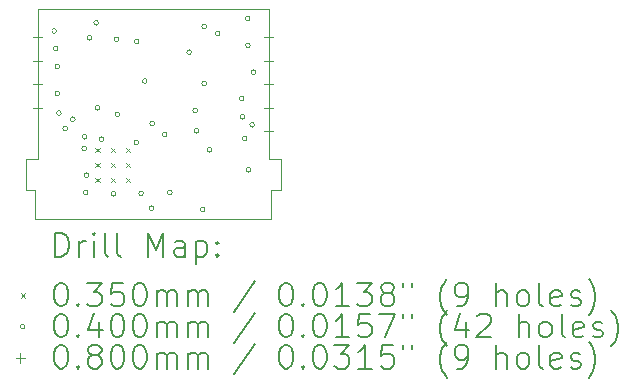
<source format=gbr>
%FSLAX45Y45*%
G04 Gerber Fmt 4.5, Leading zero omitted, Abs format (unit mm)*
G04 Created by KiCad (PCBNEW (6.0.2-0)) date 2022-06-01 12:35:31*
%MOMM*%
%LPD*%
G01*
G04 APERTURE LIST*
%TA.AperFunction,Profile*%
%ADD10C,0.100000*%
%TD*%
%ADD11C,0.200000*%
%ADD12C,0.035000*%
%ADD13C,0.040000*%
%ADD14C,0.080000*%
G04 APERTURE END LIST*
D10*
X13512800Y-8255880D02*
X13614400Y-8255880D01*
X11557000Y-8255880D02*
X11557000Y-6985000D01*
X13532800Y-8514080D02*
X13532800Y-8763000D01*
X11537000Y-8763000D02*
X11537000Y-8514080D01*
X13512800Y-6985000D02*
X13512800Y-8255880D01*
X13614400Y-8514080D02*
X13532800Y-8514080D01*
X13614400Y-8255880D02*
X13614400Y-8514080D01*
X11455400Y-8255880D02*
X11557000Y-8255880D01*
X11455400Y-8514080D02*
X11455400Y-8255880D01*
X13532800Y-8763000D02*
X11537000Y-8763000D01*
X11537000Y-8514080D02*
X11455400Y-8514080D01*
X11557000Y-6985000D02*
X13512800Y-6985000D01*
D11*
D12*
X12047000Y-8160800D02*
X12082000Y-8195800D01*
X12082000Y-8160800D02*
X12047000Y-8195800D01*
X12047000Y-8288300D02*
X12082000Y-8323300D01*
X12082000Y-8288300D02*
X12047000Y-8323300D01*
X12047000Y-8415800D02*
X12082000Y-8450800D01*
X12082000Y-8415800D02*
X12047000Y-8450800D01*
X12174500Y-8160800D02*
X12209500Y-8195800D01*
X12209500Y-8160800D02*
X12174500Y-8195800D01*
X12174500Y-8288300D02*
X12209500Y-8323300D01*
X12209500Y-8288300D02*
X12174500Y-8323300D01*
X12174500Y-8415800D02*
X12209500Y-8450800D01*
X12209500Y-8415800D02*
X12174500Y-8450800D01*
X12302000Y-8160800D02*
X12337000Y-8195800D01*
X12337000Y-8160800D02*
X12302000Y-8195800D01*
X12302000Y-8288300D02*
X12337000Y-8323300D01*
X12337000Y-8288300D02*
X12302000Y-8323300D01*
X12302000Y-8415800D02*
X12337000Y-8450800D01*
X12337000Y-8415800D02*
X12302000Y-8450800D01*
D13*
X11717436Y-7167598D02*
G75*
G03*
X11717436Y-7167598I-20000J0D01*
G01*
X11729400Y-7315200D02*
G75*
G03*
X11729400Y-7315200I-20000J0D01*
G01*
X11744401Y-7467600D02*
G75*
G03*
X11744401Y-7467600I-20000J0D01*
G01*
X11744401Y-7699000D02*
G75*
G03*
X11744401Y-7699000I-20000J0D01*
G01*
X11756570Y-7863217D02*
G75*
G03*
X11756570Y-7863217I-20000J0D01*
G01*
X11810680Y-7994863D02*
G75*
G03*
X11810680Y-7994863I-20000J0D01*
G01*
X11874622Y-7915567D02*
G75*
G03*
X11874622Y-7915567I-20000J0D01*
G01*
X11971950Y-8164681D02*
G75*
G03*
X11971950Y-8164681I-20000J0D01*
G01*
X11976007Y-8064813D02*
G75*
G03*
X11976007Y-8064813I-20000J0D01*
G01*
X11983400Y-8534400D02*
G75*
G03*
X11983400Y-8534400I-20000J0D01*
G01*
X11992050Y-8388153D02*
G75*
G03*
X11992050Y-8388153I-20000J0D01*
G01*
X12016408Y-7225282D02*
G75*
G03*
X12016408Y-7225282I-20000J0D01*
G01*
X12072300Y-7099300D02*
G75*
G03*
X12072300Y-7099300I-20000J0D01*
G01*
X12085000Y-7818398D02*
G75*
G03*
X12085000Y-7818398I-20000J0D01*
G01*
X12118391Y-8084264D02*
G75*
G03*
X12118391Y-8084264I-20000J0D01*
G01*
X12219918Y-8546237D02*
G75*
G03*
X12219918Y-8546237I-20000J0D01*
G01*
X12244806Y-7239390D02*
G75*
G03*
X12244806Y-7239390I-20000J0D01*
G01*
X12252640Y-7874000D02*
G75*
G03*
X12252640Y-7874000I-20000J0D01*
G01*
X12413518Y-8111199D02*
G75*
G03*
X12413518Y-8111199I-20000J0D01*
G01*
X12415200Y-7258150D02*
G75*
G03*
X12415200Y-7258150I-20000J0D01*
G01*
X12453215Y-8543047D02*
G75*
G03*
X12453215Y-8543047I-20000J0D01*
G01*
X12484050Y-7592050D02*
G75*
G03*
X12484050Y-7592050I-20000J0D01*
G01*
X12542200Y-8667650D02*
G75*
G03*
X12542200Y-8667650I-20000J0D01*
G01*
X12546863Y-7953163D02*
G75*
G03*
X12546863Y-7953163I-20000J0D01*
G01*
X12652600Y-8045800D02*
G75*
G03*
X12652600Y-8045800I-20000J0D01*
G01*
X12696927Y-8536727D02*
G75*
G03*
X12696927Y-8536727I-20000J0D01*
G01*
X12860387Y-7347382D02*
G75*
G03*
X12860387Y-7347382I-20000J0D01*
G01*
X12910500Y-7842150D02*
G75*
G03*
X12910500Y-7842150I-20000J0D01*
G01*
X12923200Y-8013700D02*
G75*
G03*
X12923200Y-8013700I-20000J0D01*
G01*
X12974000Y-8680550D02*
G75*
G03*
X12974000Y-8680550I-20000J0D01*
G01*
X12986700Y-7131150D02*
G75*
G03*
X12986700Y-7131150I-20000J0D01*
G01*
X12987031Y-7612750D02*
G75*
G03*
X12987031Y-7612750I-20000J0D01*
G01*
X13031262Y-8175363D02*
G75*
G03*
X13031262Y-8175363I-20000J0D01*
G01*
X13101000Y-7188200D02*
G75*
G03*
X13101000Y-7188200I-20000J0D01*
G01*
X13304575Y-7741250D02*
G75*
G03*
X13304575Y-7741250I-20000J0D01*
G01*
X13310954Y-7895994D02*
G75*
G03*
X13310954Y-7895994I-20000J0D01*
G01*
X13329600Y-8077200D02*
G75*
G03*
X13329600Y-8077200I-20000J0D01*
G01*
X13355000Y-7061200D02*
G75*
G03*
X13355000Y-7061200I-20000J0D01*
G01*
X13357650Y-7289800D02*
G75*
G03*
X13357650Y-7289800I-20000J0D01*
G01*
X13361250Y-8343900D02*
G75*
G03*
X13361250Y-8343900I-20000J0D01*
G01*
X13393100Y-7962900D02*
G75*
G03*
X13393100Y-7962900I-20000J0D01*
G01*
X13405349Y-7518400D02*
G75*
G03*
X13405349Y-7518400I-20000J0D01*
G01*
D14*
X11557000Y-7178400D02*
X11557000Y-7258400D01*
X11517000Y-7218400D02*
X11597000Y-7218400D01*
X11557000Y-7378400D02*
X11557000Y-7458400D01*
X11517000Y-7418400D02*
X11597000Y-7418400D01*
X11557000Y-7578400D02*
X11557000Y-7658400D01*
X11517000Y-7618400D02*
X11597000Y-7618400D01*
X11557000Y-7778400D02*
X11557000Y-7858400D01*
X11517000Y-7818400D02*
X11597000Y-7818400D01*
X13512800Y-7178380D02*
X13512800Y-7258380D01*
X13472800Y-7218380D02*
X13552800Y-7218380D01*
X13512800Y-7378380D02*
X13512800Y-7458380D01*
X13472800Y-7418380D02*
X13552800Y-7418380D01*
X13512800Y-7578380D02*
X13512800Y-7658380D01*
X13472800Y-7618380D02*
X13552800Y-7618380D01*
X13512800Y-7778380D02*
X13512800Y-7858380D01*
X13472800Y-7818380D02*
X13552800Y-7818380D01*
X13512800Y-7978380D02*
X13512800Y-8058380D01*
X13472800Y-8018380D02*
X13552800Y-8018380D01*
D11*
X11708019Y-9078476D02*
X11708019Y-8878476D01*
X11755638Y-8878476D01*
X11784209Y-8888000D01*
X11803257Y-8907048D01*
X11812781Y-8926095D01*
X11822305Y-8964190D01*
X11822305Y-8992762D01*
X11812781Y-9030857D01*
X11803257Y-9049905D01*
X11784209Y-9068952D01*
X11755638Y-9078476D01*
X11708019Y-9078476D01*
X11908019Y-9078476D02*
X11908019Y-8945143D01*
X11908019Y-8983238D02*
X11917543Y-8964190D01*
X11927067Y-8954667D01*
X11946114Y-8945143D01*
X11965162Y-8945143D01*
X12031828Y-9078476D02*
X12031828Y-8945143D01*
X12031828Y-8878476D02*
X12022305Y-8888000D01*
X12031828Y-8897524D01*
X12041352Y-8888000D01*
X12031828Y-8878476D01*
X12031828Y-8897524D01*
X12155638Y-9078476D02*
X12136590Y-9068952D01*
X12127067Y-9049905D01*
X12127067Y-8878476D01*
X12260400Y-9078476D02*
X12241352Y-9068952D01*
X12231828Y-9049905D01*
X12231828Y-8878476D01*
X12488971Y-9078476D02*
X12488971Y-8878476D01*
X12555638Y-9021333D01*
X12622305Y-8878476D01*
X12622305Y-9078476D01*
X12803257Y-9078476D02*
X12803257Y-8973714D01*
X12793733Y-8954667D01*
X12774686Y-8945143D01*
X12736590Y-8945143D01*
X12717543Y-8954667D01*
X12803257Y-9068952D02*
X12784209Y-9078476D01*
X12736590Y-9078476D01*
X12717543Y-9068952D01*
X12708019Y-9049905D01*
X12708019Y-9030857D01*
X12717543Y-9011810D01*
X12736590Y-9002286D01*
X12784209Y-9002286D01*
X12803257Y-8992762D01*
X12898495Y-8945143D02*
X12898495Y-9145143D01*
X12898495Y-8954667D02*
X12917543Y-8945143D01*
X12955638Y-8945143D01*
X12974686Y-8954667D01*
X12984209Y-8964190D01*
X12993733Y-8983238D01*
X12993733Y-9040381D01*
X12984209Y-9059429D01*
X12974686Y-9068952D01*
X12955638Y-9078476D01*
X12917543Y-9078476D01*
X12898495Y-9068952D01*
X13079448Y-9059429D02*
X13088971Y-9068952D01*
X13079448Y-9078476D01*
X13069924Y-9068952D01*
X13079448Y-9059429D01*
X13079448Y-9078476D01*
X13079448Y-8954667D02*
X13088971Y-8964190D01*
X13079448Y-8973714D01*
X13069924Y-8964190D01*
X13079448Y-8954667D01*
X13079448Y-8973714D01*
D12*
X11415400Y-9390500D02*
X11450400Y-9425500D01*
X11450400Y-9390500D02*
X11415400Y-9425500D01*
D11*
X11746114Y-9298476D02*
X11765162Y-9298476D01*
X11784209Y-9308000D01*
X11793733Y-9317524D01*
X11803257Y-9336571D01*
X11812781Y-9374667D01*
X11812781Y-9422286D01*
X11803257Y-9460381D01*
X11793733Y-9479429D01*
X11784209Y-9488952D01*
X11765162Y-9498476D01*
X11746114Y-9498476D01*
X11727067Y-9488952D01*
X11717543Y-9479429D01*
X11708019Y-9460381D01*
X11698495Y-9422286D01*
X11698495Y-9374667D01*
X11708019Y-9336571D01*
X11717543Y-9317524D01*
X11727067Y-9308000D01*
X11746114Y-9298476D01*
X11898495Y-9479429D02*
X11908019Y-9488952D01*
X11898495Y-9498476D01*
X11888971Y-9488952D01*
X11898495Y-9479429D01*
X11898495Y-9498476D01*
X11974686Y-9298476D02*
X12098495Y-9298476D01*
X12031828Y-9374667D01*
X12060400Y-9374667D01*
X12079448Y-9384190D01*
X12088971Y-9393714D01*
X12098495Y-9412762D01*
X12098495Y-9460381D01*
X12088971Y-9479429D01*
X12079448Y-9488952D01*
X12060400Y-9498476D01*
X12003257Y-9498476D01*
X11984209Y-9488952D01*
X11974686Y-9479429D01*
X12279448Y-9298476D02*
X12184209Y-9298476D01*
X12174686Y-9393714D01*
X12184209Y-9384190D01*
X12203257Y-9374667D01*
X12250876Y-9374667D01*
X12269924Y-9384190D01*
X12279448Y-9393714D01*
X12288971Y-9412762D01*
X12288971Y-9460381D01*
X12279448Y-9479429D01*
X12269924Y-9488952D01*
X12250876Y-9498476D01*
X12203257Y-9498476D01*
X12184209Y-9488952D01*
X12174686Y-9479429D01*
X12412781Y-9298476D02*
X12431828Y-9298476D01*
X12450876Y-9308000D01*
X12460400Y-9317524D01*
X12469924Y-9336571D01*
X12479448Y-9374667D01*
X12479448Y-9422286D01*
X12469924Y-9460381D01*
X12460400Y-9479429D01*
X12450876Y-9488952D01*
X12431828Y-9498476D01*
X12412781Y-9498476D01*
X12393733Y-9488952D01*
X12384209Y-9479429D01*
X12374686Y-9460381D01*
X12365162Y-9422286D01*
X12365162Y-9374667D01*
X12374686Y-9336571D01*
X12384209Y-9317524D01*
X12393733Y-9308000D01*
X12412781Y-9298476D01*
X12565162Y-9498476D02*
X12565162Y-9365143D01*
X12565162Y-9384190D02*
X12574686Y-9374667D01*
X12593733Y-9365143D01*
X12622305Y-9365143D01*
X12641352Y-9374667D01*
X12650876Y-9393714D01*
X12650876Y-9498476D01*
X12650876Y-9393714D02*
X12660400Y-9374667D01*
X12679448Y-9365143D01*
X12708019Y-9365143D01*
X12727067Y-9374667D01*
X12736590Y-9393714D01*
X12736590Y-9498476D01*
X12831828Y-9498476D02*
X12831828Y-9365143D01*
X12831828Y-9384190D02*
X12841352Y-9374667D01*
X12860400Y-9365143D01*
X12888971Y-9365143D01*
X12908019Y-9374667D01*
X12917543Y-9393714D01*
X12917543Y-9498476D01*
X12917543Y-9393714D02*
X12927067Y-9374667D01*
X12946114Y-9365143D01*
X12974686Y-9365143D01*
X12993733Y-9374667D01*
X13003257Y-9393714D01*
X13003257Y-9498476D01*
X13393733Y-9288952D02*
X13222305Y-9546095D01*
X13650876Y-9298476D02*
X13669924Y-9298476D01*
X13688971Y-9308000D01*
X13698495Y-9317524D01*
X13708019Y-9336571D01*
X13717543Y-9374667D01*
X13717543Y-9422286D01*
X13708019Y-9460381D01*
X13698495Y-9479429D01*
X13688971Y-9488952D01*
X13669924Y-9498476D01*
X13650876Y-9498476D01*
X13631828Y-9488952D01*
X13622305Y-9479429D01*
X13612781Y-9460381D01*
X13603257Y-9422286D01*
X13603257Y-9374667D01*
X13612781Y-9336571D01*
X13622305Y-9317524D01*
X13631828Y-9308000D01*
X13650876Y-9298476D01*
X13803257Y-9479429D02*
X13812781Y-9488952D01*
X13803257Y-9498476D01*
X13793733Y-9488952D01*
X13803257Y-9479429D01*
X13803257Y-9498476D01*
X13936590Y-9298476D02*
X13955638Y-9298476D01*
X13974686Y-9308000D01*
X13984209Y-9317524D01*
X13993733Y-9336571D01*
X14003257Y-9374667D01*
X14003257Y-9422286D01*
X13993733Y-9460381D01*
X13984209Y-9479429D01*
X13974686Y-9488952D01*
X13955638Y-9498476D01*
X13936590Y-9498476D01*
X13917543Y-9488952D01*
X13908019Y-9479429D01*
X13898495Y-9460381D01*
X13888971Y-9422286D01*
X13888971Y-9374667D01*
X13898495Y-9336571D01*
X13908019Y-9317524D01*
X13917543Y-9308000D01*
X13936590Y-9298476D01*
X14193733Y-9498476D02*
X14079448Y-9498476D01*
X14136590Y-9498476D02*
X14136590Y-9298476D01*
X14117543Y-9327048D01*
X14098495Y-9346095D01*
X14079448Y-9355619D01*
X14260400Y-9298476D02*
X14384209Y-9298476D01*
X14317543Y-9374667D01*
X14346114Y-9374667D01*
X14365162Y-9384190D01*
X14374686Y-9393714D01*
X14384209Y-9412762D01*
X14384209Y-9460381D01*
X14374686Y-9479429D01*
X14365162Y-9488952D01*
X14346114Y-9498476D01*
X14288971Y-9498476D01*
X14269924Y-9488952D01*
X14260400Y-9479429D01*
X14498495Y-9384190D02*
X14479448Y-9374667D01*
X14469924Y-9365143D01*
X14460400Y-9346095D01*
X14460400Y-9336571D01*
X14469924Y-9317524D01*
X14479448Y-9308000D01*
X14498495Y-9298476D01*
X14536590Y-9298476D01*
X14555638Y-9308000D01*
X14565162Y-9317524D01*
X14574686Y-9336571D01*
X14574686Y-9346095D01*
X14565162Y-9365143D01*
X14555638Y-9374667D01*
X14536590Y-9384190D01*
X14498495Y-9384190D01*
X14479448Y-9393714D01*
X14469924Y-9403238D01*
X14460400Y-9422286D01*
X14460400Y-9460381D01*
X14469924Y-9479429D01*
X14479448Y-9488952D01*
X14498495Y-9498476D01*
X14536590Y-9498476D01*
X14555638Y-9488952D01*
X14565162Y-9479429D01*
X14574686Y-9460381D01*
X14574686Y-9422286D01*
X14565162Y-9403238D01*
X14555638Y-9393714D01*
X14536590Y-9384190D01*
X14650876Y-9298476D02*
X14650876Y-9336571D01*
X14727067Y-9298476D02*
X14727067Y-9336571D01*
X15022305Y-9574667D02*
X15012781Y-9565143D01*
X14993733Y-9536571D01*
X14984209Y-9517524D01*
X14974686Y-9488952D01*
X14965162Y-9441333D01*
X14965162Y-9403238D01*
X14974686Y-9355619D01*
X14984209Y-9327048D01*
X14993733Y-9308000D01*
X15012781Y-9279429D01*
X15022305Y-9269905D01*
X15108019Y-9498476D02*
X15146114Y-9498476D01*
X15165162Y-9488952D01*
X15174686Y-9479429D01*
X15193733Y-9450857D01*
X15203257Y-9412762D01*
X15203257Y-9336571D01*
X15193733Y-9317524D01*
X15184209Y-9308000D01*
X15165162Y-9298476D01*
X15127067Y-9298476D01*
X15108019Y-9308000D01*
X15098495Y-9317524D01*
X15088971Y-9336571D01*
X15088971Y-9384190D01*
X15098495Y-9403238D01*
X15108019Y-9412762D01*
X15127067Y-9422286D01*
X15165162Y-9422286D01*
X15184209Y-9412762D01*
X15193733Y-9403238D01*
X15203257Y-9384190D01*
X15441352Y-9498476D02*
X15441352Y-9298476D01*
X15527067Y-9498476D02*
X15527067Y-9393714D01*
X15517543Y-9374667D01*
X15498495Y-9365143D01*
X15469924Y-9365143D01*
X15450876Y-9374667D01*
X15441352Y-9384190D01*
X15650876Y-9498476D02*
X15631828Y-9488952D01*
X15622305Y-9479429D01*
X15612781Y-9460381D01*
X15612781Y-9403238D01*
X15622305Y-9384190D01*
X15631828Y-9374667D01*
X15650876Y-9365143D01*
X15679448Y-9365143D01*
X15698495Y-9374667D01*
X15708019Y-9384190D01*
X15717543Y-9403238D01*
X15717543Y-9460381D01*
X15708019Y-9479429D01*
X15698495Y-9488952D01*
X15679448Y-9498476D01*
X15650876Y-9498476D01*
X15831828Y-9498476D02*
X15812781Y-9488952D01*
X15803257Y-9469905D01*
X15803257Y-9298476D01*
X15984209Y-9488952D02*
X15965162Y-9498476D01*
X15927067Y-9498476D01*
X15908019Y-9488952D01*
X15898495Y-9469905D01*
X15898495Y-9393714D01*
X15908019Y-9374667D01*
X15927067Y-9365143D01*
X15965162Y-9365143D01*
X15984209Y-9374667D01*
X15993733Y-9393714D01*
X15993733Y-9412762D01*
X15898495Y-9431810D01*
X16069924Y-9488952D02*
X16088971Y-9498476D01*
X16127067Y-9498476D01*
X16146114Y-9488952D01*
X16155638Y-9469905D01*
X16155638Y-9460381D01*
X16146114Y-9441333D01*
X16127067Y-9431810D01*
X16098495Y-9431810D01*
X16079448Y-9422286D01*
X16069924Y-9403238D01*
X16069924Y-9393714D01*
X16079448Y-9374667D01*
X16098495Y-9365143D01*
X16127067Y-9365143D01*
X16146114Y-9374667D01*
X16222305Y-9574667D02*
X16231828Y-9565143D01*
X16250876Y-9536571D01*
X16260400Y-9517524D01*
X16269924Y-9488952D01*
X16279448Y-9441333D01*
X16279448Y-9403238D01*
X16269924Y-9355619D01*
X16260400Y-9327048D01*
X16250876Y-9308000D01*
X16231828Y-9279429D01*
X16222305Y-9269905D01*
D13*
X11450400Y-9672000D02*
G75*
G03*
X11450400Y-9672000I-20000J0D01*
G01*
D11*
X11746114Y-9562476D02*
X11765162Y-9562476D01*
X11784209Y-9572000D01*
X11793733Y-9581524D01*
X11803257Y-9600571D01*
X11812781Y-9638667D01*
X11812781Y-9686286D01*
X11803257Y-9724381D01*
X11793733Y-9743429D01*
X11784209Y-9752952D01*
X11765162Y-9762476D01*
X11746114Y-9762476D01*
X11727067Y-9752952D01*
X11717543Y-9743429D01*
X11708019Y-9724381D01*
X11698495Y-9686286D01*
X11698495Y-9638667D01*
X11708019Y-9600571D01*
X11717543Y-9581524D01*
X11727067Y-9572000D01*
X11746114Y-9562476D01*
X11898495Y-9743429D02*
X11908019Y-9752952D01*
X11898495Y-9762476D01*
X11888971Y-9752952D01*
X11898495Y-9743429D01*
X11898495Y-9762476D01*
X12079448Y-9629143D02*
X12079448Y-9762476D01*
X12031828Y-9552952D02*
X11984209Y-9695810D01*
X12108019Y-9695810D01*
X12222305Y-9562476D02*
X12241352Y-9562476D01*
X12260400Y-9572000D01*
X12269924Y-9581524D01*
X12279448Y-9600571D01*
X12288971Y-9638667D01*
X12288971Y-9686286D01*
X12279448Y-9724381D01*
X12269924Y-9743429D01*
X12260400Y-9752952D01*
X12241352Y-9762476D01*
X12222305Y-9762476D01*
X12203257Y-9752952D01*
X12193733Y-9743429D01*
X12184209Y-9724381D01*
X12174686Y-9686286D01*
X12174686Y-9638667D01*
X12184209Y-9600571D01*
X12193733Y-9581524D01*
X12203257Y-9572000D01*
X12222305Y-9562476D01*
X12412781Y-9562476D02*
X12431828Y-9562476D01*
X12450876Y-9572000D01*
X12460400Y-9581524D01*
X12469924Y-9600571D01*
X12479448Y-9638667D01*
X12479448Y-9686286D01*
X12469924Y-9724381D01*
X12460400Y-9743429D01*
X12450876Y-9752952D01*
X12431828Y-9762476D01*
X12412781Y-9762476D01*
X12393733Y-9752952D01*
X12384209Y-9743429D01*
X12374686Y-9724381D01*
X12365162Y-9686286D01*
X12365162Y-9638667D01*
X12374686Y-9600571D01*
X12384209Y-9581524D01*
X12393733Y-9572000D01*
X12412781Y-9562476D01*
X12565162Y-9762476D02*
X12565162Y-9629143D01*
X12565162Y-9648190D02*
X12574686Y-9638667D01*
X12593733Y-9629143D01*
X12622305Y-9629143D01*
X12641352Y-9638667D01*
X12650876Y-9657714D01*
X12650876Y-9762476D01*
X12650876Y-9657714D02*
X12660400Y-9638667D01*
X12679448Y-9629143D01*
X12708019Y-9629143D01*
X12727067Y-9638667D01*
X12736590Y-9657714D01*
X12736590Y-9762476D01*
X12831828Y-9762476D02*
X12831828Y-9629143D01*
X12831828Y-9648190D02*
X12841352Y-9638667D01*
X12860400Y-9629143D01*
X12888971Y-9629143D01*
X12908019Y-9638667D01*
X12917543Y-9657714D01*
X12917543Y-9762476D01*
X12917543Y-9657714D02*
X12927067Y-9638667D01*
X12946114Y-9629143D01*
X12974686Y-9629143D01*
X12993733Y-9638667D01*
X13003257Y-9657714D01*
X13003257Y-9762476D01*
X13393733Y-9552952D02*
X13222305Y-9810095D01*
X13650876Y-9562476D02*
X13669924Y-9562476D01*
X13688971Y-9572000D01*
X13698495Y-9581524D01*
X13708019Y-9600571D01*
X13717543Y-9638667D01*
X13717543Y-9686286D01*
X13708019Y-9724381D01*
X13698495Y-9743429D01*
X13688971Y-9752952D01*
X13669924Y-9762476D01*
X13650876Y-9762476D01*
X13631828Y-9752952D01*
X13622305Y-9743429D01*
X13612781Y-9724381D01*
X13603257Y-9686286D01*
X13603257Y-9638667D01*
X13612781Y-9600571D01*
X13622305Y-9581524D01*
X13631828Y-9572000D01*
X13650876Y-9562476D01*
X13803257Y-9743429D02*
X13812781Y-9752952D01*
X13803257Y-9762476D01*
X13793733Y-9752952D01*
X13803257Y-9743429D01*
X13803257Y-9762476D01*
X13936590Y-9562476D02*
X13955638Y-9562476D01*
X13974686Y-9572000D01*
X13984209Y-9581524D01*
X13993733Y-9600571D01*
X14003257Y-9638667D01*
X14003257Y-9686286D01*
X13993733Y-9724381D01*
X13984209Y-9743429D01*
X13974686Y-9752952D01*
X13955638Y-9762476D01*
X13936590Y-9762476D01*
X13917543Y-9752952D01*
X13908019Y-9743429D01*
X13898495Y-9724381D01*
X13888971Y-9686286D01*
X13888971Y-9638667D01*
X13898495Y-9600571D01*
X13908019Y-9581524D01*
X13917543Y-9572000D01*
X13936590Y-9562476D01*
X14193733Y-9762476D02*
X14079448Y-9762476D01*
X14136590Y-9762476D02*
X14136590Y-9562476D01*
X14117543Y-9591048D01*
X14098495Y-9610095D01*
X14079448Y-9619619D01*
X14374686Y-9562476D02*
X14279448Y-9562476D01*
X14269924Y-9657714D01*
X14279448Y-9648190D01*
X14298495Y-9638667D01*
X14346114Y-9638667D01*
X14365162Y-9648190D01*
X14374686Y-9657714D01*
X14384209Y-9676762D01*
X14384209Y-9724381D01*
X14374686Y-9743429D01*
X14365162Y-9752952D01*
X14346114Y-9762476D01*
X14298495Y-9762476D01*
X14279448Y-9752952D01*
X14269924Y-9743429D01*
X14450876Y-9562476D02*
X14584209Y-9562476D01*
X14498495Y-9762476D01*
X14650876Y-9562476D02*
X14650876Y-9600571D01*
X14727067Y-9562476D02*
X14727067Y-9600571D01*
X15022305Y-9838667D02*
X15012781Y-9829143D01*
X14993733Y-9800571D01*
X14984209Y-9781524D01*
X14974686Y-9752952D01*
X14965162Y-9705333D01*
X14965162Y-9667238D01*
X14974686Y-9619619D01*
X14984209Y-9591048D01*
X14993733Y-9572000D01*
X15012781Y-9543429D01*
X15022305Y-9533905D01*
X15184209Y-9629143D02*
X15184209Y-9762476D01*
X15136590Y-9552952D02*
X15088971Y-9695810D01*
X15212781Y-9695810D01*
X15279448Y-9581524D02*
X15288971Y-9572000D01*
X15308019Y-9562476D01*
X15355638Y-9562476D01*
X15374686Y-9572000D01*
X15384209Y-9581524D01*
X15393733Y-9600571D01*
X15393733Y-9619619D01*
X15384209Y-9648190D01*
X15269924Y-9762476D01*
X15393733Y-9762476D01*
X15631828Y-9762476D02*
X15631828Y-9562476D01*
X15717543Y-9762476D02*
X15717543Y-9657714D01*
X15708019Y-9638667D01*
X15688971Y-9629143D01*
X15660400Y-9629143D01*
X15641352Y-9638667D01*
X15631828Y-9648190D01*
X15841352Y-9762476D02*
X15822305Y-9752952D01*
X15812781Y-9743429D01*
X15803257Y-9724381D01*
X15803257Y-9667238D01*
X15812781Y-9648190D01*
X15822305Y-9638667D01*
X15841352Y-9629143D01*
X15869924Y-9629143D01*
X15888971Y-9638667D01*
X15898495Y-9648190D01*
X15908019Y-9667238D01*
X15908019Y-9724381D01*
X15898495Y-9743429D01*
X15888971Y-9752952D01*
X15869924Y-9762476D01*
X15841352Y-9762476D01*
X16022305Y-9762476D02*
X16003257Y-9752952D01*
X15993733Y-9733905D01*
X15993733Y-9562476D01*
X16174686Y-9752952D02*
X16155638Y-9762476D01*
X16117543Y-9762476D01*
X16098495Y-9752952D01*
X16088971Y-9733905D01*
X16088971Y-9657714D01*
X16098495Y-9638667D01*
X16117543Y-9629143D01*
X16155638Y-9629143D01*
X16174686Y-9638667D01*
X16184209Y-9657714D01*
X16184209Y-9676762D01*
X16088971Y-9695810D01*
X16260400Y-9752952D02*
X16279448Y-9762476D01*
X16317543Y-9762476D01*
X16336590Y-9752952D01*
X16346114Y-9733905D01*
X16346114Y-9724381D01*
X16336590Y-9705333D01*
X16317543Y-9695810D01*
X16288971Y-9695810D01*
X16269924Y-9686286D01*
X16260400Y-9667238D01*
X16260400Y-9657714D01*
X16269924Y-9638667D01*
X16288971Y-9629143D01*
X16317543Y-9629143D01*
X16336590Y-9638667D01*
X16412781Y-9838667D02*
X16422305Y-9829143D01*
X16441352Y-9800571D01*
X16450876Y-9781524D01*
X16460400Y-9752952D01*
X16469924Y-9705333D01*
X16469924Y-9667238D01*
X16460400Y-9619619D01*
X16450876Y-9591048D01*
X16441352Y-9572000D01*
X16422305Y-9543429D01*
X16412781Y-9533905D01*
D14*
X11410400Y-9896000D02*
X11410400Y-9976000D01*
X11370400Y-9936000D02*
X11450400Y-9936000D01*
D11*
X11746114Y-9826476D02*
X11765162Y-9826476D01*
X11784209Y-9836000D01*
X11793733Y-9845524D01*
X11803257Y-9864571D01*
X11812781Y-9902667D01*
X11812781Y-9950286D01*
X11803257Y-9988381D01*
X11793733Y-10007429D01*
X11784209Y-10016952D01*
X11765162Y-10026476D01*
X11746114Y-10026476D01*
X11727067Y-10016952D01*
X11717543Y-10007429D01*
X11708019Y-9988381D01*
X11698495Y-9950286D01*
X11698495Y-9902667D01*
X11708019Y-9864571D01*
X11717543Y-9845524D01*
X11727067Y-9836000D01*
X11746114Y-9826476D01*
X11898495Y-10007429D02*
X11908019Y-10016952D01*
X11898495Y-10026476D01*
X11888971Y-10016952D01*
X11898495Y-10007429D01*
X11898495Y-10026476D01*
X12022305Y-9912190D02*
X12003257Y-9902667D01*
X11993733Y-9893143D01*
X11984209Y-9874095D01*
X11984209Y-9864571D01*
X11993733Y-9845524D01*
X12003257Y-9836000D01*
X12022305Y-9826476D01*
X12060400Y-9826476D01*
X12079448Y-9836000D01*
X12088971Y-9845524D01*
X12098495Y-9864571D01*
X12098495Y-9874095D01*
X12088971Y-9893143D01*
X12079448Y-9902667D01*
X12060400Y-9912190D01*
X12022305Y-9912190D01*
X12003257Y-9921714D01*
X11993733Y-9931238D01*
X11984209Y-9950286D01*
X11984209Y-9988381D01*
X11993733Y-10007429D01*
X12003257Y-10016952D01*
X12022305Y-10026476D01*
X12060400Y-10026476D01*
X12079448Y-10016952D01*
X12088971Y-10007429D01*
X12098495Y-9988381D01*
X12098495Y-9950286D01*
X12088971Y-9931238D01*
X12079448Y-9921714D01*
X12060400Y-9912190D01*
X12222305Y-9826476D02*
X12241352Y-9826476D01*
X12260400Y-9836000D01*
X12269924Y-9845524D01*
X12279448Y-9864571D01*
X12288971Y-9902667D01*
X12288971Y-9950286D01*
X12279448Y-9988381D01*
X12269924Y-10007429D01*
X12260400Y-10016952D01*
X12241352Y-10026476D01*
X12222305Y-10026476D01*
X12203257Y-10016952D01*
X12193733Y-10007429D01*
X12184209Y-9988381D01*
X12174686Y-9950286D01*
X12174686Y-9902667D01*
X12184209Y-9864571D01*
X12193733Y-9845524D01*
X12203257Y-9836000D01*
X12222305Y-9826476D01*
X12412781Y-9826476D02*
X12431828Y-9826476D01*
X12450876Y-9836000D01*
X12460400Y-9845524D01*
X12469924Y-9864571D01*
X12479448Y-9902667D01*
X12479448Y-9950286D01*
X12469924Y-9988381D01*
X12460400Y-10007429D01*
X12450876Y-10016952D01*
X12431828Y-10026476D01*
X12412781Y-10026476D01*
X12393733Y-10016952D01*
X12384209Y-10007429D01*
X12374686Y-9988381D01*
X12365162Y-9950286D01*
X12365162Y-9902667D01*
X12374686Y-9864571D01*
X12384209Y-9845524D01*
X12393733Y-9836000D01*
X12412781Y-9826476D01*
X12565162Y-10026476D02*
X12565162Y-9893143D01*
X12565162Y-9912190D02*
X12574686Y-9902667D01*
X12593733Y-9893143D01*
X12622305Y-9893143D01*
X12641352Y-9902667D01*
X12650876Y-9921714D01*
X12650876Y-10026476D01*
X12650876Y-9921714D02*
X12660400Y-9902667D01*
X12679448Y-9893143D01*
X12708019Y-9893143D01*
X12727067Y-9902667D01*
X12736590Y-9921714D01*
X12736590Y-10026476D01*
X12831828Y-10026476D02*
X12831828Y-9893143D01*
X12831828Y-9912190D02*
X12841352Y-9902667D01*
X12860400Y-9893143D01*
X12888971Y-9893143D01*
X12908019Y-9902667D01*
X12917543Y-9921714D01*
X12917543Y-10026476D01*
X12917543Y-9921714D02*
X12927067Y-9902667D01*
X12946114Y-9893143D01*
X12974686Y-9893143D01*
X12993733Y-9902667D01*
X13003257Y-9921714D01*
X13003257Y-10026476D01*
X13393733Y-9816952D02*
X13222305Y-10074095D01*
X13650876Y-9826476D02*
X13669924Y-9826476D01*
X13688971Y-9836000D01*
X13698495Y-9845524D01*
X13708019Y-9864571D01*
X13717543Y-9902667D01*
X13717543Y-9950286D01*
X13708019Y-9988381D01*
X13698495Y-10007429D01*
X13688971Y-10016952D01*
X13669924Y-10026476D01*
X13650876Y-10026476D01*
X13631828Y-10016952D01*
X13622305Y-10007429D01*
X13612781Y-9988381D01*
X13603257Y-9950286D01*
X13603257Y-9902667D01*
X13612781Y-9864571D01*
X13622305Y-9845524D01*
X13631828Y-9836000D01*
X13650876Y-9826476D01*
X13803257Y-10007429D02*
X13812781Y-10016952D01*
X13803257Y-10026476D01*
X13793733Y-10016952D01*
X13803257Y-10007429D01*
X13803257Y-10026476D01*
X13936590Y-9826476D02*
X13955638Y-9826476D01*
X13974686Y-9836000D01*
X13984209Y-9845524D01*
X13993733Y-9864571D01*
X14003257Y-9902667D01*
X14003257Y-9950286D01*
X13993733Y-9988381D01*
X13984209Y-10007429D01*
X13974686Y-10016952D01*
X13955638Y-10026476D01*
X13936590Y-10026476D01*
X13917543Y-10016952D01*
X13908019Y-10007429D01*
X13898495Y-9988381D01*
X13888971Y-9950286D01*
X13888971Y-9902667D01*
X13898495Y-9864571D01*
X13908019Y-9845524D01*
X13917543Y-9836000D01*
X13936590Y-9826476D01*
X14069924Y-9826476D02*
X14193733Y-9826476D01*
X14127067Y-9902667D01*
X14155638Y-9902667D01*
X14174686Y-9912190D01*
X14184209Y-9921714D01*
X14193733Y-9940762D01*
X14193733Y-9988381D01*
X14184209Y-10007429D01*
X14174686Y-10016952D01*
X14155638Y-10026476D01*
X14098495Y-10026476D01*
X14079448Y-10016952D01*
X14069924Y-10007429D01*
X14384209Y-10026476D02*
X14269924Y-10026476D01*
X14327067Y-10026476D02*
X14327067Y-9826476D01*
X14308019Y-9855048D01*
X14288971Y-9874095D01*
X14269924Y-9883619D01*
X14565162Y-9826476D02*
X14469924Y-9826476D01*
X14460400Y-9921714D01*
X14469924Y-9912190D01*
X14488971Y-9902667D01*
X14536590Y-9902667D01*
X14555638Y-9912190D01*
X14565162Y-9921714D01*
X14574686Y-9940762D01*
X14574686Y-9988381D01*
X14565162Y-10007429D01*
X14555638Y-10016952D01*
X14536590Y-10026476D01*
X14488971Y-10026476D01*
X14469924Y-10016952D01*
X14460400Y-10007429D01*
X14650876Y-9826476D02*
X14650876Y-9864571D01*
X14727067Y-9826476D02*
X14727067Y-9864571D01*
X15022305Y-10102667D02*
X15012781Y-10093143D01*
X14993733Y-10064571D01*
X14984209Y-10045524D01*
X14974686Y-10016952D01*
X14965162Y-9969333D01*
X14965162Y-9931238D01*
X14974686Y-9883619D01*
X14984209Y-9855048D01*
X14993733Y-9836000D01*
X15012781Y-9807429D01*
X15022305Y-9797905D01*
X15108019Y-10026476D02*
X15146114Y-10026476D01*
X15165162Y-10016952D01*
X15174686Y-10007429D01*
X15193733Y-9978857D01*
X15203257Y-9940762D01*
X15203257Y-9864571D01*
X15193733Y-9845524D01*
X15184209Y-9836000D01*
X15165162Y-9826476D01*
X15127067Y-9826476D01*
X15108019Y-9836000D01*
X15098495Y-9845524D01*
X15088971Y-9864571D01*
X15088971Y-9912190D01*
X15098495Y-9931238D01*
X15108019Y-9940762D01*
X15127067Y-9950286D01*
X15165162Y-9950286D01*
X15184209Y-9940762D01*
X15193733Y-9931238D01*
X15203257Y-9912190D01*
X15441352Y-10026476D02*
X15441352Y-9826476D01*
X15527067Y-10026476D02*
X15527067Y-9921714D01*
X15517543Y-9902667D01*
X15498495Y-9893143D01*
X15469924Y-9893143D01*
X15450876Y-9902667D01*
X15441352Y-9912190D01*
X15650876Y-10026476D02*
X15631828Y-10016952D01*
X15622305Y-10007429D01*
X15612781Y-9988381D01*
X15612781Y-9931238D01*
X15622305Y-9912190D01*
X15631828Y-9902667D01*
X15650876Y-9893143D01*
X15679448Y-9893143D01*
X15698495Y-9902667D01*
X15708019Y-9912190D01*
X15717543Y-9931238D01*
X15717543Y-9988381D01*
X15708019Y-10007429D01*
X15698495Y-10016952D01*
X15679448Y-10026476D01*
X15650876Y-10026476D01*
X15831828Y-10026476D02*
X15812781Y-10016952D01*
X15803257Y-9997905D01*
X15803257Y-9826476D01*
X15984209Y-10016952D02*
X15965162Y-10026476D01*
X15927067Y-10026476D01*
X15908019Y-10016952D01*
X15898495Y-9997905D01*
X15898495Y-9921714D01*
X15908019Y-9902667D01*
X15927067Y-9893143D01*
X15965162Y-9893143D01*
X15984209Y-9902667D01*
X15993733Y-9921714D01*
X15993733Y-9940762D01*
X15898495Y-9959810D01*
X16069924Y-10016952D02*
X16088971Y-10026476D01*
X16127067Y-10026476D01*
X16146114Y-10016952D01*
X16155638Y-9997905D01*
X16155638Y-9988381D01*
X16146114Y-9969333D01*
X16127067Y-9959810D01*
X16098495Y-9959810D01*
X16079448Y-9950286D01*
X16069924Y-9931238D01*
X16069924Y-9921714D01*
X16079448Y-9902667D01*
X16098495Y-9893143D01*
X16127067Y-9893143D01*
X16146114Y-9902667D01*
X16222305Y-10102667D02*
X16231828Y-10093143D01*
X16250876Y-10064571D01*
X16260400Y-10045524D01*
X16269924Y-10016952D01*
X16279448Y-9969333D01*
X16279448Y-9931238D01*
X16269924Y-9883619D01*
X16260400Y-9855048D01*
X16250876Y-9836000D01*
X16231828Y-9807429D01*
X16222305Y-9797905D01*
M02*

</source>
